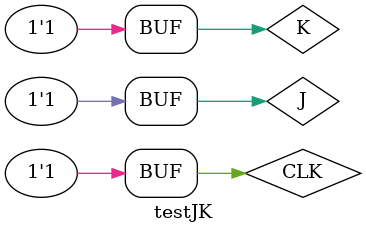
<source format=v>
module testJK();
  
  wire Q, Qbar;
  reg J, K, CLK;
  
  jkFlipFlop jk(J, K, CLK, Q, Qbar);
  
  initial
  begin
    #10 CLK = 0; J = 1; K = 1;
    #10 CLK = 1; J = 1; K = 1;
    #10 CLK = 0; J = 0; K = 0;
    #10 CLK = 1; J = 0; K = 0;
    #10 CLK = 0; J = 1; K = 0;
    #10 CLK = 1; J = 1; K = 0;
    #10 CLK = 0; J = 0; K = 1;
    #10 CLK = 1; J = 0; K = 1;
    #10 CLK = 0; J = 1; K = 0;
    #10 CLK = 1; J = 1; K = 0;
    #10 CLK = 0; J = 1; K = 1;
    #10 CLK = 1; J = 1; K = 1;
    
    #10 CLK = 0; J = 0; K = 0;
    #10 CLK = 1; J = 0; K = 0;
    #10 CLK = 0; J = 0; K = 1;
    #10 CLK = 1; J = 0; K = 1;
    #10 CLK = 0; J = 1; K = 0;
    #10 CLK = 1; J = 1; K = 0;
    #10 CLK = 0; J = 1; K = 0;
    #10 CLK = 1; J = 1; K = 0;
    #10 CLK = 0; J = 1; K = 1;
    #10 CLK = 1; J = 1; K = 1;
    
    #10 CLK = 0; J = 0; K = 0;
    #10 CLK = 1; J = 0; K = 0;
    #10 CLK = 0; J = 1; K = 1;
    #10 CLK = 1; J = 1; K = 1;
    #10 CLK = 0; J = 0; K = 1;
    #10 CLK = 1; J = 0; K = 1;
    #10 CLK = 0; J = 1; K = 0;
    #10 CLK = 1; J = 1; K = 0;
    #10 CLK = 0; J = 1; K = 1;
    #10 CLK = 1; J = 1; K = 1;
  end
endmodule
</source>
